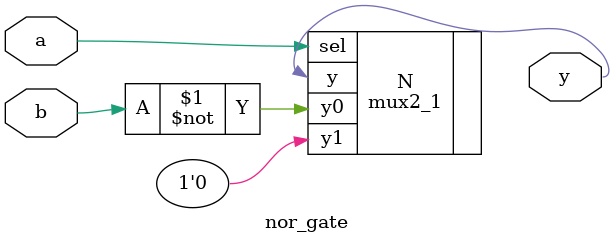
<source format=v>
`timescale 1ns / 1ps

module nor_gate(input a, b, output y);
    mux2_1 N(
        .sel(a), 
        .y0(~b), 
        .y1(1'b0), 
        .y(y)
    );
endmodule

</source>
